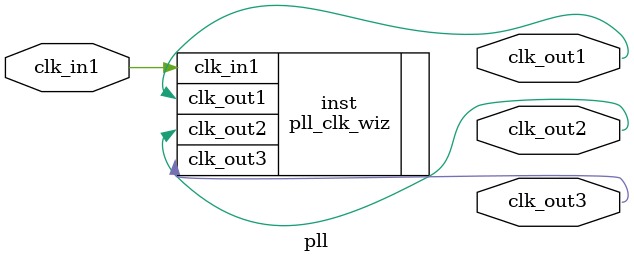
<source format=v>


`timescale 1ps/1ps

(* CORE_GENERATION_INFO = "pll,clk_wiz_v6_0_6_0_0,{component_name=pll,use_phase_alignment=true,use_min_o_jitter=false,use_max_i_jitter=false,use_dyn_phase_shift=false,use_inclk_switchover=false,use_dyn_reconfig=false,enable_axi=0,feedback_source=FDBK_AUTO,PRIMITIVE=PLL,num_out_clk=3,clkin1_period=20.000,clkin2_period=10.000,use_power_down=false,use_reset=false,use_locked=false,use_inclk_stopped=false,feedback_type=SINGLE,CLOCK_MGR_TYPE=NA,manual_override=false}" *)

module pll 
 (
  // Clock out ports
  output        clk_out1,
  output        clk_out2,
  output        clk_out3,
 // Clock in ports
  input         clk_in1
 );

  pll_clk_wiz inst
  (
  // Clock out ports  
  .clk_out1(clk_out1),
  .clk_out2(clk_out2),
  .clk_out3(clk_out3),
 // Clock in ports
  .clk_in1(clk_in1)
  );

endmodule

</source>
